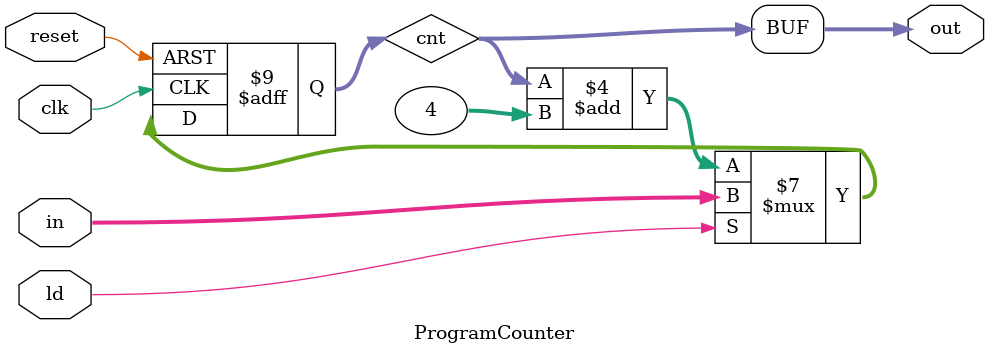
<source format=v>

module ProgramCounter(
  input clk,
  input reset,
  input [31:0] in,
  input ld,
  output [31:0] out
  );

    reg [31:0] cnt = 32'h00000000;

    always @(posedge clk or negedge reset) begin
        if (!reset) begin
            cnt = 32'h00000000;
        end else if (ld == 1) begin
            cnt <= in;
        end else begin
            cnt <= cnt + 4;
        end
    end
    assign out = cnt;

endmodule

</source>
